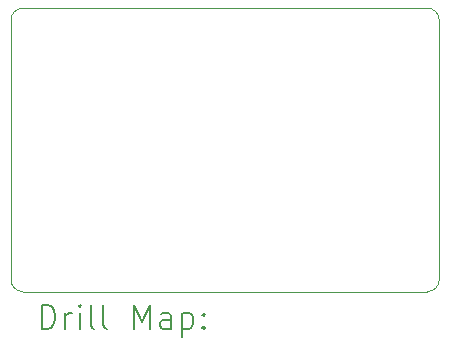
<source format=gbr>
%TF.GenerationSoftware,KiCad,Pcbnew,8.0.2*%
%TF.CreationDate,2024-06-05T16:41:05+02:00*%
%TF.ProjectId,Local Oscillator 60 MHz,4c6f6361-6c20-44f7-9363-696c6c61746f,rev?*%
%TF.SameCoordinates,Original*%
%TF.FileFunction,Drillmap*%
%TF.FilePolarity,Positive*%
%FSLAX45Y45*%
G04 Gerber Fmt 4.5, Leading zero omitted, Abs format (unit mm)*
G04 Created by KiCad (PCBNEW 8.0.2) date 2024-06-05 16:41:05*
%MOMM*%
%LPD*%
G01*
G04 APERTURE LIST*
%ADD10C,0.050000*%
%ADD11C,0.200000*%
G04 APERTURE END LIST*
D10*
X11650000Y-8125000D02*
X11650000Y-5925000D01*
X8125000Y-8225000D02*
G75*
G02*
X8025000Y-8125000I0J100000D01*
G01*
X8025000Y-5925000D02*
G75*
G02*
X8125000Y-5825000I100000J0D01*
G01*
X8125000Y-8225000D02*
X11550000Y-8225000D01*
X11650000Y-8125000D02*
G75*
G02*
X11550000Y-8225000I-100000J0D01*
G01*
X11550000Y-5825000D02*
X8125000Y-5825000D01*
X11550000Y-5825000D02*
G75*
G02*
X11650000Y-5925000I0J-100000D01*
G01*
X8025000Y-5925000D02*
X8025000Y-8125000D01*
D11*
X8283277Y-8538984D02*
X8283277Y-8338984D01*
X8283277Y-8338984D02*
X8330896Y-8338984D01*
X8330896Y-8338984D02*
X8359467Y-8348508D01*
X8359467Y-8348508D02*
X8378515Y-8367555D01*
X8378515Y-8367555D02*
X8388039Y-8386603D01*
X8388039Y-8386603D02*
X8397563Y-8424698D01*
X8397563Y-8424698D02*
X8397563Y-8453270D01*
X8397563Y-8453270D02*
X8388039Y-8491365D01*
X8388039Y-8491365D02*
X8378515Y-8510412D01*
X8378515Y-8510412D02*
X8359467Y-8529460D01*
X8359467Y-8529460D02*
X8330896Y-8538984D01*
X8330896Y-8538984D02*
X8283277Y-8538984D01*
X8483277Y-8538984D02*
X8483277Y-8405650D01*
X8483277Y-8443746D02*
X8492801Y-8424698D01*
X8492801Y-8424698D02*
X8502324Y-8415174D01*
X8502324Y-8415174D02*
X8521372Y-8405650D01*
X8521372Y-8405650D02*
X8540420Y-8405650D01*
X8607086Y-8538984D02*
X8607086Y-8405650D01*
X8607086Y-8338984D02*
X8597563Y-8348508D01*
X8597563Y-8348508D02*
X8607086Y-8358031D01*
X8607086Y-8358031D02*
X8616610Y-8348508D01*
X8616610Y-8348508D02*
X8607086Y-8338984D01*
X8607086Y-8338984D02*
X8607086Y-8358031D01*
X8730896Y-8538984D02*
X8711848Y-8529460D01*
X8711848Y-8529460D02*
X8702324Y-8510412D01*
X8702324Y-8510412D02*
X8702324Y-8338984D01*
X8835658Y-8538984D02*
X8816610Y-8529460D01*
X8816610Y-8529460D02*
X8807086Y-8510412D01*
X8807086Y-8510412D02*
X8807086Y-8338984D01*
X9064229Y-8538984D02*
X9064229Y-8338984D01*
X9064229Y-8338984D02*
X9130896Y-8481841D01*
X9130896Y-8481841D02*
X9197563Y-8338984D01*
X9197563Y-8338984D02*
X9197563Y-8538984D01*
X9378515Y-8538984D02*
X9378515Y-8434222D01*
X9378515Y-8434222D02*
X9368991Y-8415174D01*
X9368991Y-8415174D02*
X9349944Y-8405650D01*
X9349944Y-8405650D02*
X9311848Y-8405650D01*
X9311848Y-8405650D02*
X9292801Y-8415174D01*
X9378515Y-8529460D02*
X9359467Y-8538984D01*
X9359467Y-8538984D02*
X9311848Y-8538984D01*
X9311848Y-8538984D02*
X9292801Y-8529460D01*
X9292801Y-8529460D02*
X9283277Y-8510412D01*
X9283277Y-8510412D02*
X9283277Y-8491365D01*
X9283277Y-8491365D02*
X9292801Y-8472317D01*
X9292801Y-8472317D02*
X9311848Y-8462793D01*
X9311848Y-8462793D02*
X9359467Y-8462793D01*
X9359467Y-8462793D02*
X9378515Y-8453270D01*
X9473753Y-8405650D02*
X9473753Y-8605650D01*
X9473753Y-8415174D02*
X9492801Y-8405650D01*
X9492801Y-8405650D02*
X9530896Y-8405650D01*
X9530896Y-8405650D02*
X9549944Y-8415174D01*
X9549944Y-8415174D02*
X9559467Y-8424698D01*
X9559467Y-8424698D02*
X9568991Y-8443746D01*
X9568991Y-8443746D02*
X9568991Y-8500889D01*
X9568991Y-8500889D02*
X9559467Y-8519936D01*
X9559467Y-8519936D02*
X9549944Y-8529460D01*
X9549944Y-8529460D02*
X9530896Y-8538984D01*
X9530896Y-8538984D02*
X9492801Y-8538984D01*
X9492801Y-8538984D02*
X9473753Y-8529460D01*
X9654705Y-8519936D02*
X9664229Y-8529460D01*
X9664229Y-8529460D02*
X9654705Y-8538984D01*
X9654705Y-8538984D02*
X9645182Y-8529460D01*
X9645182Y-8529460D02*
X9654705Y-8519936D01*
X9654705Y-8519936D02*
X9654705Y-8538984D01*
X9654705Y-8415174D02*
X9664229Y-8424698D01*
X9664229Y-8424698D02*
X9654705Y-8434222D01*
X9654705Y-8434222D02*
X9645182Y-8424698D01*
X9645182Y-8424698D02*
X9654705Y-8415174D01*
X9654705Y-8415174D02*
X9654705Y-8434222D01*
M02*

</source>
